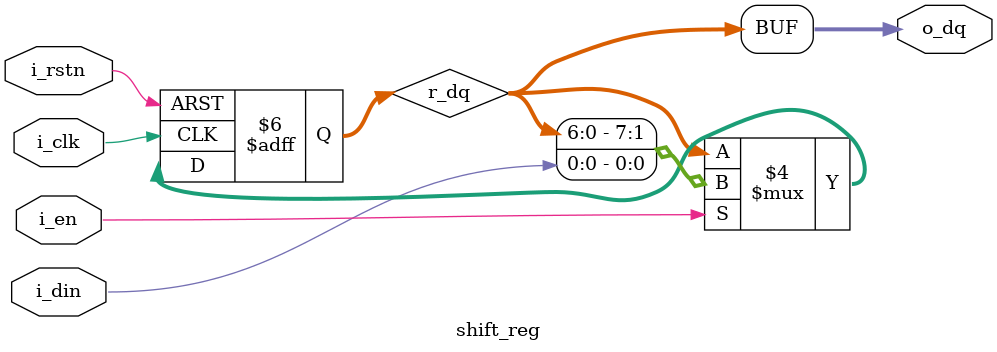
<source format=v>
module shift_reg(
    input i_clk,
    input i_rstn,
    input i_en,
    input i_din,
    output [7:0] o_dq
);

reg [7:0] r_dq;

always @(posedge i_clk, negedge i_rstn) begin
    if(!i_rstn) begin
        r_dq <= 8'b0;
    end
    else if ( i_en == 1'b1 ) begin
        r_dq <= {r_dq[6:0], i_din};
    end
end

assign o_dq = r_dq;

endmodule

</source>
